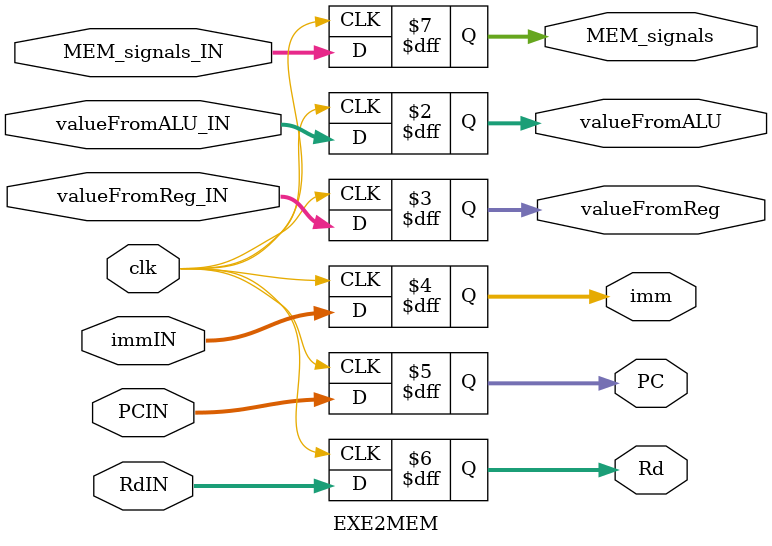
<source format=v>
module EXE2MEM (
	input clk,
	input [15:0] valueFromALU_IN, valueFromReg_IN, immIN, PCIN, 
	input [2:0] RdIN,
	input [7:0] MEM_signals_IN,
	output reg [15:0] valueFromALU, valueFromReg , imm,	PC, 
	output reg [2:0] Rd,
	output reg [7:0] MEM_signals
);


  	always @ (posedge clk) begin


	  	valueFromALU <= valueFromALU_IN;
		valueFromReg <= valueFromReg_IN;
	  	imm	<=  immIN;
		PC <= PCIN;
		Rd <= RdIN;	
		MEM_signals = MEM_signals_IN;


  	end
	  

	  
endmodule
</source>
